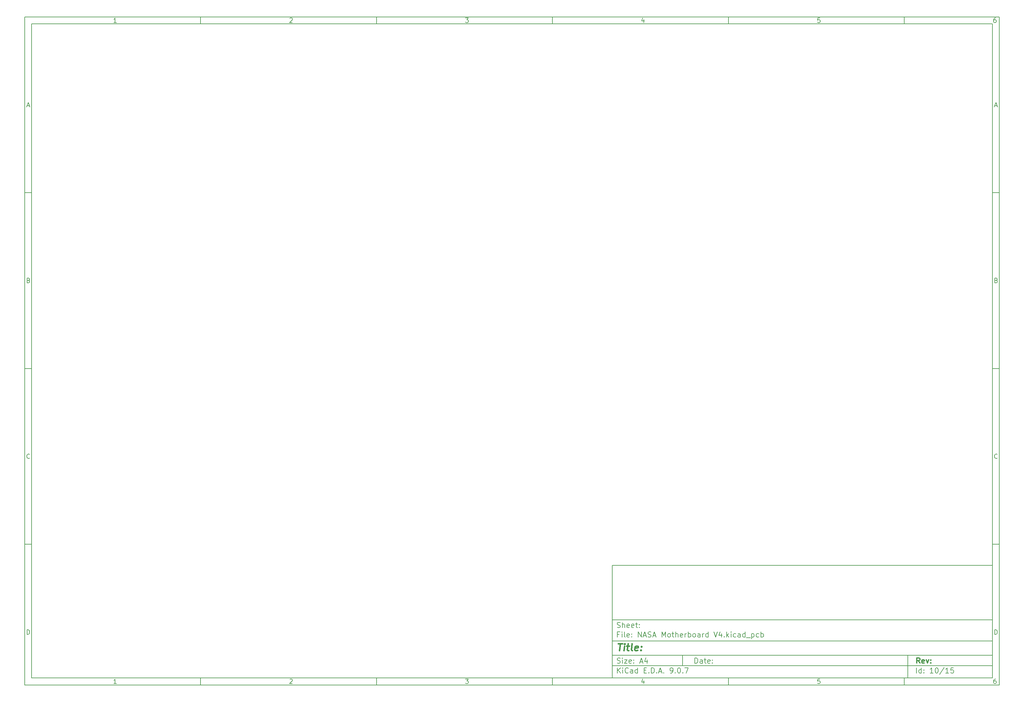
<source format=gbr>
%TF.GenerationSoftware,KiCad,Pcbnew,9.0.7*%
%TF.CreationDate,2026-02-04T11:21:36-05:00*%
%TF.ProjectId,NASA Motherboard V4,4e415341-204d-46f7-9468-6572626f6172,rev?*%
%TF.SameCoordinates,Original*%
%TF.FileFunction,Paste,Bot*%
%TF.FilePolarity,Positive*%
%FSLAX46Y46*%
G04 Gerber Fmt 4.6, Leading zero omitted, Abs format (unit mm)*
G04 Created by KiCad (PCBNEW 9.0.7) date 2026-02-04 11:21:36*
%MOMM*%
%LPD*%
G01*
G04 APERTURE LIST*
%ADD10C,0.100000*%
%ADD11C,0.150000*%
%ADD12C,0.300000*%
%ADD13C,0.400000*%
G04 APERTURE END LIST*
D10*
D11*
X177002200Y-166007200D02*
X285002200Y-166007200D01*
X285002200Y-198007200D01*
X177002200Y-198007200D01*
X177002200Y-166007200D01*
D10*
D11*
X10000000Y-10000000D02*
X287002200Y-10000000D01*
X287002200Y-200007200D01*
X10000000Y-200007200D01*
X10000000Y-10000000D01*
D10*
D11*
X12000000Y-12000000D02*
X285002200Y-12000000D01*
X285002200Y-198007200D01*
X12000000Y-198007200D01*
X12000000Y-12000000D01*
D10*
D11*
X60000000Y-12000000D02*
X60000000Y-10000000D01*
D10*
D11*
X110000000Y-12000000D02*
X110000000Y-10000000D01*
D10*
D11*
X160000000Y-12000000D02*
X160000000Y-10000000D01*
D10*
D11*
X210000000Y-12000000D02*
X210000000Y-10000000D01*
D10*
D11*
X260000000Y-12000000D02*
X260000000Y-10000000D01*
D10*
D11*
X36089160Y-11593604D02*
X35346303Y-11593604D01*
X35717731Y-11593604D02*
X35717731Y-10293604D01*
X35717731Y-10293604D02*
X35593922Y-10479319D01*
X35593922Y-10479319D02*
X35470112Y-10603128D01*
X35470112Y-10603128D02*
X35346303Y-10665033D01*
D10*
D11*
X85346303Y-10417414D02*
X85408207Y-10355509D01*
X85408207Y-10355509D02*
X85532017Y-10293604D01*
X85532017Y-10293604D02*
X85841541Y-10293604D01*
X85841541Y-10293604D02*
X85965350Y-10355509D01*
X85965350Y-10355509D02*
X86027255Y-10417414D01*
X86027255Y-10417414D02*
X86089160Y-10541223D01*
X86089160Y-10541223D02*
X86089160Y-10665033D01*
X86089160Y-10665033D02*
X86027255Y-10850747D01*
X86027255Y-10850747D02*
X85284398Y-11593604D01*
X85284398Y-11593604D02*
X86089160Y-11593604D01*
D10*
D11*
X135284398Y-10293604D02*
X136089160Y-10293604D01*
X136089160Y-10293604D02*
X135655826Y-10788842D01*
X135655826Y-10788842D02*
X135841541Y-10788842D01*
X135841541Y-10788842D02*
X135965350Y-10850747D01*
X135965350Y-10850747D02*
X136027255Y-10912652D01*
X136027255Y-10912652D02*
X136089160Y-11036461D01*
X136089160Y-11036461D02*
X136089160Y-11345985D01*
X136089160Y-11345985D02*
X136027255Y-11469795D01*
X136027255Y-11469795D02*
X135965350Y-11531700D01*
X135965350Y-11531700D02*
X135841541Y-11593604D01*
X135841541Y-11593604D02*
X135470112Y-11593604D01*
X135470112Y-11593604D02*
X135346303Y-11531700D01*
X135346303Y-11531700D02*
X135284398Y-11469795D01*
D10*
D11*
X185965350Y-10726938D02*
X185965350Y-11593604D01*
X185655826Y-10231700D02*
X185346303Y-11160271D01*
X185346303Y-11160271D02*
X186151064Y-11160271D01*
D10*
D11*
X236027255Y-10293604D02*
X235408207Y-10293604D01*
X235408207Y-10293604D02*
X235346303Y-10912652D01*
X235346303Y-10912652D02*
X235408207Y-10850747D01*
X235408207Y-10850747D02*
X235532017Y-10788842D01*
X235532017Y-10788842D02*
X235841541Y-10788842D01*
X235841541Y-10788842D02*
X235965350Y-10850747D01*
X235965350Y-10850747D02*
X236027255Y-10912652D01*
X236027255Y-10912652D02*
X236089160Y-11036461D01*
X236089160Y-11036461D02*
X236089160Y-11345985D01*
X236089160Y-11345985D02*
X236027255Y-11469795D01*
X236027255Y-11469795D02*
X235965350Y-11531700D01*
X235965350Y-11531700D02*
X235841541Y-11593604D01*
X235841541Y-11593604D02*
X235532017Y-11593604D01*
X235532017Y-11593604D02*
X235408207Y-11531700D01*
X235408207Y-11531700D02*
X235346303Y-11469795D01*
D10*
D11*
X285965350Y-10293604D02*
X285717731Y-10293604D01*
X285717731Y-10293604D02*
X285593922Y-10355509D01*
X285593922Y-10355509D02*
X285532017Y-10417414D01*
X285532017Y-10417414D02*
X285408207Y-10603128D01*
X285408207Y-10603128D02*
X285346303Y-10850747D01*
X285346303Y-10850747D02*
X285346303Y-11345985D01*
X285346303Y-11345985D02*
X285408207Y-11469795D01*
X285408207Y-11469795D02*
X285470112Y-11531700D01*
X285470112Y-11531700D02*
X285593922Y-11593604D01*
X285593922Y-11593604D02*
X285841541Y-11593604D01*
X285841541Y-11593604D02*
X285965350Y-11531700D01*
X285965350Y-11531700D02*
X286027255Y-11469795D01*
X286027255Y-11469795D02*
X286089160Y-11345985D01*
X286089160Y-11345985D02*
X286089160Y-11036461D01*
X286089160Y-11036461D02*
X286027255Y-10912652D01*
X286027255Y-10912652D02*
X285965350Y-10850747D01*
X285965350Y-10850747D02*
X285841541Y-10788842D01*
X285841541Y-10788842D02*
X285593922Y-10788842D01*
X285593922Y-10788842D02*
X285470112Y-10850747D01*
X285470112Y-10850747D02*
X285408207Y-10912652D01*
X285408207Y-10912652D02*
X285346303Y-11036461D01*
D10*
D11*
X60000000Y-198007200D02*
X60000000Y-200007200D01*
D10*
D11*
X110000000Y-198007200D02*
X110000000Y-200007200D01*
D10*
D11*
X160000000Y-198007200D02*
X160000000Y-200007200D01*
D10*
D11*
X210000000Y-198007200D02*
X210000000Y-200007200D01*
D10*
D11*
X260000000Y-198007200D02*
X260000000Y-200007200D01*
D10*
D11*
X36089160Y-199600804D02*
X35346303Y-199600804D01*
X35717731Y-199600804D02*
X35717731Y-198300804D01*
X35717731Y-198300804D02*
X35593922Y-198486519D01*
X35593922Y-198486519D02*
X35470112Y-198610328D01*
X35470112Y-198610328D02*
X35346303Y-198672233D01*
D10*
D11*
X85346303Y-198424614D02*
X85408207Y-198362709D01*
X85408207Y-198362709D02*
X85532017Y-198300804D01*
X85532017Y-198300804D02*
X85841541Y-198300804D01*
X85841541Y-198300804D02*
X85965350Y-198362709D01*
X85965350Y-198362709D02*
X86027255Y-198424614D01*
X86027255Y-198424614D02*
X86089160Y-198548423D01*
X86089160Y-198548423D02*
X86089160Y-198672233D01*
X86089160Y-198672233D02*
X86027255Y-198857947D01*
X86027255Y-198857947D02*
X85284398Y-199600804D01*
X85284398Y-199600804D02*
X86089160Y-199600804D01*
D10*
D11*
X135284398Y-198300804D02*
X136089160Y-198300804D01*
X136089160Y-198300804D02*
X135655826Y-198796042D01*
X135655826Y-198796042D02*
X135841541Y-198796042D01*
X135841541Y-198796042D02*
X135965350Y-198857947D01*
X135965350Y-198857947D02*
X136027255Y-198919852D01*
X136027255Y-198919852D02*
X136089160Y-199043661D01*
X136089160Y-199043661D02*
X136089160Y-199353185D01*
X136089160Y-199353185D02*
X136027255Y-199476995D01*
X136027255Y-199476995D02*
X135965350Y-199538900D01*
X135965350Y-199538900D02*
X135841541Y-199600804D01*
X135841541Y-199600804D02*
X135470112Y-199600804D01*
X135470112Y-199600804D02*
X135346303Y-199538900D01*
X135346303Y-199538900D02*
X135284398Y-199476995D01*
D10*
D11*
X185965350Y-198734138D02*
X185965350Y-199600804D01*
X185655826Y-198238900D02*
X185346303Y-199167471D01*
X185346303Y-199167471D02*
X186151064Y-199167471D01*
D10*
D11*
X236027255Y-198300804D02*
X235408207Y-198300804D01*
X235408207Y-198300804D02*
X235346303Y-198919852D01*
X235346303Y-198919852D02*
X235408207Y-198857947D01*
X235408207Y-198857947D02*
X235532017Y-198796042D01*
X235532017Y-198796042D02*
X235841541Y-198796042D01*
X235841541Y-198796042D02*
X235965350Y-198857947D01*
X235965350Y-198857947D02*
X236027255Y-198919852D01*
X236027255Y-198919852D02*
X236089160Y-199043661D01*
X236089160Y-199043661D02*
X236089160Y-199353185D01*
X236089160Y-199353185D02*
X236027255Y-199476995D01*
X236027255Y-199476995D02*
X235965350Y-199538900D01*
X235965350Y-199538900D02*
X235841541Y-199600804D01*
X235841541Y-199600804D02*
X235532017Y-199600804D01*
X235532017Y-199600804D02*
X235408207Y-199538900D01*
X235408207Y-199538900D02*
X235346303Y-199476995D01*
D10*
D11*
X285965350Y-198300804D02*
X285717731Y-198300804D01*
X285717731Y-198300804D02*
X285593922Y-198362709D01*
X285593922Y-198362709D02*
X285532017Y-198424614D01*
X285532017Y-198424614D02*
X285408207Y-198610328D01*
X285408207Y-198610328D02*
X285346303Y-198857947D01*
X285346303Y-198857947D02*
X285346303Y-199353185D01*
X285346303Y-199353185D02*
X285408207Y-199476995D01*
X285408207Y-199476995D02*
X285470112Y-199538900D01*
X285470112Y-199538900D02*
X285593922Y-199600804D01*
X285593922Y-199600804D02*
X285841541Y-199600804D01*
X285841541Y-199600804D02*
X285965350Y-199538900D01*
X285965350Y-199538900D02*
X286027255Y-199476995D01*
X286027255Y-199476995D02*
X286089160Y-199353185D01*
X286089160Y-199353185D02*
X286089160Y-199043661D01*
X286089160Y-199043661D02*
X286027255Y-198919852D01*
X286027255Y-198919852D02*
X285965350Y-198857947D01*
X285965350Y-198857947D02*
X285841541Y-198796042D01*
X285841541Y-198796042D02*
X285593922Y-198796042D01*
X285593922Y-198796042D02*
X285470112Y-198857947D01*
X285470112Y-198857947D02*
X285408207Y-198919852D01*
X285408207Y-198919852D02*
X285346303Y-199043661D01*
D10*
D11*
X10000000Y-60000000D02*
X12000000Y-60000000D01*
D10*
D11*
X10000000Y-110000000D02*
X12000000Y-110000000D01*
D10*
D11*
X10000000Y-160000000D02*
X12000000Y-160000000D01*
D10*
D11*
X10690476Y-35222176D02*
X11309523Y-35222176D01*
X10566666Y-35593604D02*
X10999999Y-34293604D01*
X10999999Y-34293604D02*
X11433333Y-35593604D01*
D10*
D11*
X11092857Y-84912652D02*
X11278571Y-84974557D01*
X11278571Y-84974557D02*
X11340476Y-85036461D01*
X11340476Y-85036461D02*
X11402380Y-85160271D01*
X11402380Y-85160271D02*
X11402380Y-85345985D01*
X11402380Y-85345985D02*
X11340476Y-85469795D01*
X11340476Y-85469795D02*
X11278571Y-85531700D01*
X11278571Y-85531700D02*
X11154761Y-85593604D01*
X11154761Y-85593604D02*
X10659523Y-85593604D01*
X10659523Y-85593604D02*
X10659523Y-84293604D01*
X10659523Y-84293604D02*
X11092857Y-84293604D01*
X11092857Y-84293604D02*
X11216666Y-84355509D01*
X11216666Y-84355509D02*
X11278571Y-84417414D01*
X11278571Y-84417414D02*
X11340476Y-84541223D01*
X11340476Y-84541223D02*
X11340476Y-84665033D01*
X11340476Y-84665033D02*
X11278571Y-84788842D01*
X11278571Y-84788842D02*
X11216666Y-84850747D01*
X11216666Y-84850747D02*
X11092857Y-84912652D01*
X11092857Y-84912652D02*
X10659523Y-84912652D01*
D10*
D11*
X11402380Y-135469795D02*
X11340476Y-135531700D01*
X11340476Y-135531700D02*
X11154761Y-135593604D01*
X11154761Y-135593604D02*
X11030952Y-135593604D01*
X11030952Y-135593604D02*
X10845238Y-135531700D01*
X10845238Y-135531700D02*
X10721428Y-135407890D01*
X10721428Y-135407890D02*
X10659523Y-135284080D01*
X10659523Y-135284080D02*
X10597619Y-135036461D01*
X10597619Y-135036461D02*
X10597619Y-134850747D01*
X10597619Y-134850747D02*
X10659523Y-134603128D01*
X10659523Y-134603128D02*
X10721428Y-134479319D01*
X10721428Y-134479319D02*
X10845238Y-134355509D01*
X10845238Y-134355509D02*
X11030952Y-134293604D01*
X11030952Y-134293604D02*
X11154761Y-134293604D01*
X11154761Y-134293604D02*
X11340476Y-134355509D01*
X11340476Y-134355509D02*
X11402380Y-134417414D01*
D10*
D11*
X10659523Y-185593604D02*
X10659523Y-184293604D01*
X10659523Y-184293604D02*
X10969047Y-184293604D01*
X10969047Y-184293604D02*
X11154761Y-184355509D01*
X11154761Y-184355509D02*
X11278571Y-184479319D01*
X11278571Y-184479319D02*
X11340476Y-184603128D01*
X11340476Y-184603128D02*
X11402380Y-184850747D01*
X11402380Y-184850747D02*
X11402380Y-185036461D01*
X11402380Y-185036461D02*
X11340476Y-185284080D01*
X11340476Y-185284080D02*
X11278571Y-185407890D01*
X11278571Y-185407890D02*
X11154761Y-185531700D01*
X11154761Y-185531700D02*
X10969047Y-185593604D01*
X10969047Y-185593604D02*
X10659523Y-185593604D01*
D10*
D11*
X287002200Y-60000000D02*
X285002200Y-60000000D01*
D10*
D11*
X287002200Y-110000000D02*
X285002200Y-110000000D01*
D10*
D11*
X287002200Y-160000000D02*
X285002200Y-160000000D01*
D10*
D11*
X285692676Y-35222176D02*
X286311723Y-35222176D01*
X285568866Y-35593604D02*
X286002199Y-34293604D01*
X286002199Y-34293604D02*
X286435533Y-35593604D01*
D10*
D11*
X286095057Y-84912652D02*
X286280771Y-84974557D01*
X286280771Y-84974557D02*
X286342676Y-85036461D01*
X286342676Y-85036461D02*
X286404580Y-85160271D01*
X286404580Y-85160271D02*
X286404580Y-85345985D01*
X286404580Y-85345985D02*
X286342676Y-85469795D01*
X286342676Y-85469795D02*
X286280771Y-85531700D01*
X286280771Y-85531700D02*
X286156961Y-85593604D01*
X286156961Y-85593604D02*
X285661723Y-85593604D01*
X285661723Y-85593604D02*
X285661723Y-84293604D01*
X285661723Y-84293604D02*
X286095057Y-84293604D01*
X286095057Y-84293604D02*
X286218866Y-84355509D01*
X286218866Y-84355509D02*
X286280771Y-84417414D01*
X286280771Y-84417414D02*
X286342676Y-84541223D01*
X286342676Y-84541223D02*
X286342676Y-84665033D01*
X286342676Y-84665033D02*
X286280771Y-84788842D01*
X286280771Y-84788842D02*
X286218866Y-84850747D01*
X286218866Y-84850747D02*
X286095057Y-84912652D01*
X286095057Y-84912652D02*
X285661723Y-84912652D01*
D10*
D11*
X286404580Y-135469795D02*
X286342676Y-135531700D01*
X286342676Y-135531700D02*
X286156961Y-135593604D01*
X286156961Y-135593604D02*
X286033152Y-135593604D01*
X286033152Y-135593604D02*
X285847438Y-135531700D01*
X285847438Y-135531700D02*
X285723628Y-135407890D01*
X285723628Y-135407890D02*
X285661723Y-135284080D01*
X285661723Y-135284080D02*
X285599819Y-135036461D01*
X285599819Y-135036461D02*
X285599819Y-134850747D01*
X285599819Y-134850747D02*
X285661723Y-134603128D01*
X285661723Y-134603128D02*
X285723628Y-134479319D01*
X285723628Y-134479319D02*
X285847438Y-134355509D01*
X285847438Y-134355509D02*
X286033152Y-134293604D01*
X286033152Y-134293604D02*
X286156961Y-134293604D01*
X286156961Y-134293604D02*
X286342676Y-134355509D01*
X286342676Y-134355509D02*
X286404580Y-134417414D01*
D10*
D11*
X285661723Y-185593604D02*
X285661723Y-184293604D01*
X285661723Y-184293604D02*
X285971247Y-184293604D01*
X285971247Y-184293604D02*
X286156961Y-184355509D01*
X286156961Y-184355509D02*
X286280771Y-184479319D01*
X286280771Y-184479319D02*
X286342676Y-184603128D01*
X286342676Y-184603128D02*
X286404580Y-184850747D01*
X286404580Y-184850747D02*
X286404580Y-185036461D01*
X286404580Y-185036461D02*
X286342676Y-185284080D01*
X286342676Y-185284080D02*
X286280771Y-185407890D01*
X286280771Y-185407890D02*
X286156961Y-185531700D01*
X286156961Y-185531700D02*
X285971247Y-185593604D01*
X285971247Y-185593604D02*
X285661723Y-185593604D01*
D10*
D11*
X200458026Y-193793328D02*
X200458026Y-192293328D01*
X200458026Y-192293328D02*
X200815169Y-192293328D01*
X200815169Y-192293328D02*
X201029455Y-192364757D01*
X201029455Y-192364757D02*
X201172312Y-192507614D01*
X201172312Y-192507614D02*
X201243741Y-192650471D01*
X201243741Y-192650471D02*
X201315169Y-192936185D01*
X201315169Y-192936185D02*
X201315169Y-193150471D01*
X201315169Y-193150471D02*
X201243741Y-193436185D01*
X201243741Y-193436185D02*
X201172312Y-193579042D01*
X201172312Y-193579042D02*
X201029455Y-193721900D01*
X201029455Y-193721900D02*
X200815169Y-193793328D01*
X200815169Y-193793328D02*
X200458026Y-193793328D01*
X202600884Y-193793328D02*
X202600884Y-193007614D01*
X202600884Y-193007614D02*
X202529455Y-192864757D01*
X202529455Y-192864757D02*
X202386598Y-192793328D01*
X202386598Y-192793328D02*
X202100884Y-192793328D01*
X202100884Y-192793328D02*
X201958026Y-192864757D01*
X202600884Y-193721900D02*
X202458026Y-193793328D01*
X202458026Y-193793328D02*
X202100884Y-193793328D01*
X202100884Y-193793328D02*
X201958026Y-193721900D01*
X201958026Y-193721900D02*
X201886598Y-193579042D01*
X201886598Y-193579042D02*
X201886598Y-193436185D01*
X201886598Y-193436185D02*
X201958026Y-193293328D01*
X201958026Y-193293328D02*
X202100884Y-193221900D01*
X202100884Y-193221900D02*
X202458026Y-193221900D01*
X202458026Y-193221900D02*
X202600884Y-193150471D01*
X203100884Y-192793328D02*
X203672312Y-192793328D01*
X203315169Y-192293328D02*
X203315169Y-193579042D01*
X203315169Y-193579042D02*
X203386598Y-193721900D01*
X203386598Y-193721900D02*
X203529455Y-193793328D01*
X203529455Y-193793328D02*
X203672312Y-193793328D01*
X204743741Y-193721900D02*
X204600884Y-193793328D01*
X204600884Y-193793328D02*
X204315170Y-193793328D01*
X204315170Y-193793328D02*
X204172312Y-193721900D01*
X204172312Y-193721900D02*
X204100884Y-193579042D01*
X204100884Y-193579042D02*
X204100884Y-193007614D01*
X204100884Y-193007614D02*
X204172312Y-192864757D01*
X204172312Y-192864757D02*
X204315170Y-192793328D01*
X204315170Y-192793328D02*
X204600884Y-192793328D01*
X204600884Y-192793328D02*
X204743741Y-192864757D01*
X204743741Y-192864757D02*
X204815170Y-193007614D01*
X204815170Y-193007614D02*
X204815170Y-193150471D01*
X204815170Y-193150471D02*
X204100884Y-193293328D01*
X205458026Y-193650471D02*
X205529455Y-193721900D01*
X205529455Y-193721900D02*
X205458026Y-193793328D01*
X205458026Y-193793328D02*
X205386598Y-193721900D01*
X205386598Y-193721900D02*
X205458026Y-193650471D01*
X205458026Y-193650471D02*
X205458026Y-193793328D01*
X205458026Y-192864757D02*
X205529455Y-192936185D01*
X205529455Y-192936185D02*
X205458026Y-193007614D01*
X205458026Y-193007614D02*
X205386598Y-192936185D01*
X205386598Y-192936185D02*
X205458026Y-192864757D01*
X205458026Y-192864757D02*
X205458026Y-193007614D01*
D10*
D11*
X177002200Y-194507200D02*
X285002200Y-194507200D01*
D10*
D11*
X178458026Y-196593328D02*
X178458026Y-195093328D01*
X179315169Y-196593328D02*
X178672312Y-195736185D01*
X179315169Y-195093328D02*
X178458026Y-195950471D01*
X179958026Y-196593328D02*
X179958026Y-195593328D01*
X179958026Y-195093328D02*
X179886598Y-195164757D01*
X179886598Y-195164757D02*
X179958026Y-195236185D01*
X179958026Y-195236185D02*
X180029455Y-195164757D01*
X180029455Y-195164757D02*
X179958026Y-195093328D01*
X179958026Y-195093328D02*
X179958026Y-195236185D01*
X181529455Y-196450471D02*
X181458027Y-196521900D01*
X181458027Y-196521900D02*
X181243741Y-196593328D01*
X181243741Y-196593328D02*
X181100884Y-196593328D01*
X181100884Y-196593328D02*
X180886598Y-196521900D01*
X180886598Y-196521900D02*
X180743741Y-196379042D01*
X180743741Y-196379042D02*
X180672312Y-196236185D01*
X180672312Y-196236185D02*
X180600884Y-195950471D01*
X180600884Y-195950471D02*
X180600884Y-195736185D01*
X180600884Y-195736185D02*
X180672312Y-195450471D01*
X180672312Y-195450471D02*
X180743741Y-195307614D01*
X180743741Y-195307614D02*
X180886598Y-195164757D01*
X180886598Y-195164757D02*
X181100884Y-195093328D01*
X181100884Y-195093328D02*
X181243741Y-195093328D01*
X181243741Y-195093328D02*
X181458027Y-195164757D01*
X181458027Y-195164757D02*
X181529455Y-195236185D01*
X182815170Y-196593328D02*
X182815170Y-195807614D01*
X182815170Y-195807614D02*
X182743741Y-195664757D01*
X182743741Y-195664757D02*
X182600884Y-195593328D01*
X182600884Y-195593328D02*
X182315170Y-195593328D01*
X182315170Y-195593328D02*
X182172312Y-195664757D01*
X182815170Y-196521900D02*
X182672312Y-196593328D01*
X182672312Y-196593328D02*
X182315170Y-196593328D01*
X182315170Y-196593328D02*
X182172312Y-196521900D01*
X182172312Y-196521900D02*
X182100884Y-196379042D01*
X182100884Y-196379042D02*
X182100884Y-196236185D01*
X182100884Y-196236185D02*
X182172312Y-196093328D01*
X182172312Y-196093328D02*
X182315170Y-196021900D01*
X182315170Y-196021900D02*
X182672312Y-196021900D01*
X182672312Y-196021900D02*
X182815170Y-195950471D01*
X184172313Y-196593328D02*
X184172313Y-195093328D01*
X184172313Y-196521900D02*
X184029455Y-196593328D01*
X184029455Y-196593328D02*
X183743741Y-196593328D01*
X183743741Y-196593328D02*
X183600884Y-196521900D01*
X183600884Y-196521900D02*
X183529455Y-196450471D01*
X183529455Y-196450471D02*
X183458027Y-196307614D01*
X183458027Y-196307614D02*
X183458027Y-195879042D01*
X183458027Y-195879042D02*
X183529455Y-195736185D01*
X183529455Y-195736185D02*
X183600884Y-195664757D01*
X183600884Y-195664757D02*
X183743741Y-195593328D01*
X183743741Y-195593328D02*
X184029455Y-195593328D01*
X184029455Y-195593328D02*
X184172313Y-195664757D01*
X186029455Y-195807614D02*
X186529455Y-195807614D01*
X186743741Y-196593328D02*
X186029455Y-196593328D01*
X186029455Y-196593328D02*
X186029455Y-195093328D01*
X186029455Y-195093328D02*
X186743741Y-195093328D01*
X187386598Y-196450471D02*
X187458027Y-196521900D01*
X187458027Y-196521900D02*
X187386598Y-196593328D01*
X187386598Y-196593328D02*
X187315170Y-196521900D01*
X187315170Y-196521900D02*
X187386598Y-196450471D01*
X187386598Y-196450471D02*
X187386598Y-196593328D01*
X188100884Y-196593328D02*
X188100884Y-195093328D01*
X188100884Y-195093328D02*
X188458027Y-195093328D01*
X188458027Y-195093328D02*
X188672313Y-195164757D01*
X188672313Y-195164757D02*
X188815170Y-195307614D01*
X188815170Y-195307614D02*
X188886599Y-195450471D01*
X188886599Y-195450471D02*
X188958027Y-195736185D01*
X188958027Y-195736185D02*
X188958027Y-195950471D01*
X188958027Y-195950471D02*
X188886599Y-196236185D01*
X188886599Y-196236185D02*
X188815170Y-196379042D01*
X188815170Y-196379042D02*
X188672313Y-196521900D01*
X188672313Y-196521900D02*
X188458027Y-196593328D01*
X188458027Y-196593328D02*
X188100884Y-196593328D01*
X189600884Y-196450471D02*
X189672313Y-196521900D01*
X189672313Y-196521900D02*
X189600884Y-196593328D01*
X189600884Y-196593328D02*
X189529456Y-196521900D01*
X189529456Y-196521900D02*
X189600884Y-196450471D01*
X189600884Y-196450471D02*
X189600884Y-196593328D01*
X190243742Y-196164757D02*
X190958028Y-196164757D01*
X190100885Y-196593328D02*
X190600885Y-195093328D01*
X190600885Y-195093328D02*
X191100885Y-196593328D01*
X191600884Y-196450471D02*
X191672313Y-196521900D01*
X191672313Y-196521900D02*
X191600884Y-196593328D01*
X191600884Y-196593328D02*
X191529456Y-196521900D01*
X191529456Y-196521900D02*
X191600884Y-196450471D01*
X191600884Y-196450471D02*
X191600884Y-196593328D01*
X193529456Y-196593328D02*
X193815170Y-196593328D01*
X193815170Y-196593328D02*
X193958027Y-196521900D01*
X193958027Y-196521900D02*
X194029456Y-196450471D01*
X194029456Y-196450471D02*
X194172313Y-196236185D01*
X194172313Y-196236185D02*
X194243742Y-195950471D01*
X194243742Y-195950471D02*
X194243742Y-195379042D01*
X194243742Y-195379042D02*
X194172313Y-195236185D01*
X194172313Y-195236185D02*
X194100885Y-195164757D01*
X194100885Y-195164757D02*
X193958027Y-195093328D01*
X193958027Y-195093328D02*
X193672313Y-195093328D01*
X193672313Y-195093328D02*
X193529456Y-195164757D01*
X193529456Y-195164757D02*
X193458027Y-195236185D01*
X193458027Y-195236185D02*
X193386599Y-195379042D01*
X193386599Y-195379042D02*
X193386599Y-195736185D01*
X193386599Y-195736185D02*
X193458027Y-195879042D01*
X193458027Y-195879042D02*
X193529456Y-195950471D01*
X193529456Y-195950471D02*
X193672313Y-196021900D01*
X193672313Y-196021900D02*
X193958027Y-196021900D01*
X193958027Y-196021900D02*
X194100885Y-195950471D01*
X194100885Y-195950471D02*
X194172313Y-195879042D01*
X194172313Y-195879042D02*
X194243742Y-195736185D01*
X194886598Y-196450471D02*
X194958027Y-196521900D01*
X194958027Y-196521900D02*
X194886598Y-196593328D01*
X194886598Y-196593328D02*
X194815170Y-196521900D01*
X194815170Y-196521900D02*
X194886598Y-196450471D01*
X194886598Y-196450471D02*
X194886598Y-196593328D01*
X195886599Y-195093328D02*
X196029456Y-195093328D01*
X196029456Y-195093328D02*
X196172313Y-195164757D01*
X196172313Y-195164757D02*
X196243742Y-195236185D01*
X196243742Y-195236185D02*
X196315170Y-195379042D01*
X196315170Y-195379042D02*
X196386599Y-195664757D01*
X196386599Y-195664757D02*
X196386599Y-196021900D01*
X196386599Y-196021900D02*
X196315170Y-196307614D01*
X196315170Y-196307614D02*
X196243742Y-196450471D01*
X196243742Y-196450471D02*
X196172313Y-196521900D01*
X196172313Y-196521900D02*
X196029456Y-196593328D01*
X196029456Y-196593328D02*
X195886599Y-196593328D01*
X195886599Y-196593328D02*
X195743742Y-196521900D01*
X195743742Y-196521900D02*
X195672313Y-196450471D01*
X195672313Y-196450471D02*
X195600884Y-196307614D01*
X195600884Y-196307614D02*
X195529456Y-196021900D01*
X195529456Y-196021900D02*
X195529456Y-195664757D01*
X195529456Y-195664757D02*
X195600884Y-195379042D01*
X195600884Y-195379042D02*
X195672313Y-195236185D01*
X195672313Y-195236185D02*
X195743742Y-195164757D01*
X195743742Y-195164757D02*
X195886599Y-195093328D01*
X197029455Y-196450471D02*
X197100884Y-196521900D01*
X197100884Y-196521900D02*
X197029455Y-196593328D01*
X197029455Y-196593328D02*
X196958027Y-196521900D01*
X196958027Y-196521900D02*
X197029455Y-196450471D01*
X197029455Y-196450471D02*
X197029455Y-196593328D01*
X197600884Y-195093328D02*
X198600884Y-195093328D01*
X198600884Y-195093328D02*
X197958027Y-196593328D01*
D10*
D11*
X177002200Y-191507200D02*
X285002200Y-191507200D01*
D10*
D12*
X264413853Y-193785528D02*
X263913853Y-193071242D01*
X263556710Y-193785528D02*
X263556710Y-192285528D01*
X263556710Y-192285528D02*
X264128139Y-192285528D01*
X264128139Y-192285528D02*
X264270996Y-192356957D01*
X264270996Y-192356957D02*
X264342425Y-192428385D01*
X264342425Y-192428385D02*
X264413853Y-192571242D01*
X264413853Y-192571242D02*
X264413853Y-192785528D01*
X264413853Y-192785528D02*
X264342425Y-192928385D01*
X264342425Y-192928385D02*
X264270996Y-192999814D01*
X264270996Y-192999814D02*
X264128139Y-193071242D01*
X264128139Y-193071242D02*
X263556710Y-193071242D01*
X265628139Y-193714100D02*
X265485282Y-193785528D01*
X265485282Y-193785528D02*
X265199568Y-193785528D01*
X265199568Y-193785528D02*
X265056710Y-193714100D01*
X265056710Y-193714100D02*
X264985282Y-193571242D01*
X264985282Y-193571242D02*
X264985282Y-192999814D01*
X264985282Y-192999814D02*
X265056710Y-192856957D01*
X265056710Y-192856957D02*
X265199568Y-192785528D01*
X265199568Y-192785528D02*
X265485282Y-192785528D01*
X265485282Y-192785528D02*
X265628139Y-192856957D01*
X265628139Y-192856957D02*
X265699568Y-192999814D01*
X265699568Y-192999814D02*
X265699568Y-193142671D01*
X265699568Y-193142671D02*
X264985282Y-193285528D01*
X266199567Y-192785528D02*
X266556710Y-193785528D01*
X266556710Y-193785528D02*
X266913853Y-192785528D01*
X267485281Y-193642671D02*
X267556710Y-193714100D01*
X267556710Y-193714100D02*
X267485281Y-193785528D01*
X267485281Y-193785528D02*
X267413853Y-193714100D01*
X267413853Y-193714100D02*
X267485281Y-193642671D01*
X267485281Y-193642671D02*
X267485281Y-193785528D01*
X267485281Y-192856957D02*
X267556710Y-192928385D01*
X267556710Y-192928385D02*
X267485281Y-192999814D01*
X267485281Y-192999814D02*
X267413853Y-192928385D01*
X267413853Y-192928385D02*
X267485281Y-192856957D01*
X267485281Y-192856957D02*
X267485281Y-192999814D01*
D10*
D11*
X178386598Y-193721900D02*
X178600884Y-193793328D01*
X178600884Y-193793328D02*
X178958026Y-193793328D01*
X178958026Y-193793328D02*
X179100884Y-193721900D01*
X179100884Y-193721900D02*
X179172312Y-193650471D01*
X179172312Y-193650471D02*
X179243741Y-193507614D01*
X179243741Y-193507614D02*
X179243741Y-193364757D01*
X179243741Y-193364757D02*
X179172312Y-193221900D01*
X179172312Y-193221900D02*
X179100884Y-193150471D01*
X179100884Y-193150471D02*
X178958026Y-193079042D01*
X178958026Y-193079042D02*
X178672312Y-193007614D01*
X178672312Y-193007614D02*
X178529455Y-192936185D01*
X178529455Y-192936185D02*
X178458026Y-192864757D01*
X178458026Y-192864757D02*
X178386598Y-192721900D01*
X178386598Y-192721900D02*
X178386598Y-192579042D01*
X178386598Y-192579042D02*
X178458026Y-192436185D01*
X178458026Y-192436185D02*
X178529455Y-192364757D01*
X178529455Y-192364757D02*
X178672312Y-192293328D01*
X178672312Y-192293328D02*
X179029455Y-192293328D01*
X179029455Y-192293328D02*
X179243741Y-192364757D01*
X179886597Y-193793328D02*
X179886597Y-192793328D01*
X179886597Y-192293328D02*
X179815169Y-192364757D01*
X179815169Y-192364757D02*
X179886597Y-192436185D01*
X179886597Y-192436185D02*
X179958026Y-192364757D01*
X179958026Y-192364757D02*
X179886597Y-192293328D01*
X179886597Y-192293328D02*
X179886597Y-192436185D01*
X180458026Y-192793328D02*
X181243741Y-192793328D01*
X181243741Y-192793328D02*
X180458026Y-193793328D01*
X180458026Y-193793328D02*
X181243741Y-193793328D01*
X182386598Y-193721900D02*
X182243741Y-193793328D01*
X182243741Y-193793328D02*
X181958027Y-193793328D01*
X181958027Y-193793328D02*
X181815169Y-193721900D01*
X181815169Y-193721900D02*
X181743741Y-193579042D01*
X181743741Y-193579042D02*
X181743741Y-193007614D01*
X181743741Y-193007614D02*
X181815169Y-192864757D01*
X181815169Y-192864757D02*
X181958027Y-192793328D01*
X181958027Y-192793328D02*
X182243741Y-192793328D01*
X182243741Y-192793328D02*
X182386598Y-192864757D01*
X182386598Y-192864757D02*
X182458027Y-193007614D01*
X182458027Y-193007614D02*
X182458027Y-193150471D01*
X182458027Y-193150471D02*
X181743741Y-193293328D01*
X183100883Y-193650471D02*
X183172312Y-193721900D01*
X183172312Y-193721900D02*
X183100883Y-193793328D01*
X183100883Y-193793328D02*
X183029455Y-193721900D01*
X183029455Y-193721900D02*
X183100883Y-193650471D01*
X183100883Y-193650471D02*
X183100883Y-193793328D01*
X183100883Y-192864757D02*
X183172312Y-192936185D01*
X183172312Y-192936185D02*
X183100883Y-193007614D01*
X183100883Y-193007614D02*
X183029455Y-192936185D01*
X183029455Y-192936185D02*
X183100883Y-192864757D01*
X183100883Y-192864757D02*
X183100883Y-193007614D01*
X184886598Y-193364757D02*
X185600884Y-193364757D01*
X184743741Y-193793328D02*
X185243741Y-192293328D01*
X185243741Y-192293328D02*
X185743741Y-193793328D01*
X186886598Y-192793328D02*
X186886598Y-193793328D01*
X186529455Y-192221900D02*
X186172312Y-193293328D01*
X186172312Y-193293328D02*
X187100883Y-193293328D01*
D10*
D11*
X263458026Y-196593328D02*
X263458026Y-195093328D01*
X264815170Y-196593328D02*
X264815170Y-195093328D01*
X264815170Y-196521900D02*
X264672312Y-196593328D01*
X264672312Y-196593328D02*
X264386598Y-196593328D01*
X264386598Y-196593328D02*
X264243741Y-196521900D01*
X264243741Y-196521900D02*
X264172312Y-196450471D01*
X264172312Y-196450471D02*
X264100884Y-196307614D01*
X264100884Y-196307614D02*
X264100884Y-195879042D01*
X264100884Y-195879042D02*
X264172312Y-195736185D01*
X264172312Y-195736185D02*
X264243741Y-195664757D01*
X264243741Y-195664757D02*
X264386598Y-195593328D01*
X264386598Y-195593328D02*
X264672312Y-195593328D01*
X264672312Y-195593328D02*
X264815170Y-195664757D01*
X265529455Y-196450471D02*
X265600884Y-196521900D01*
X265600884Y-196521900D02*
X265529455Y-196593328D01*
X265529455Y-196593328D02*
X265458027Y-196521900D01*
X265458027Y-196521900D02*
X265529455Y-196450471D01*
X265529455Y-196450471D02*
X265529455Y-196593328D01*
X265529455Y-195664757D02*
X265600884Y-195736185D01*
X265600884Y-195736185D02*
X265529455Y-195807614D01*
X265529455Y-195807614D02*
X265458027Y-195736185D01*
X265458027Y-195736185D02*
X265529455Y-195664757D01*
X265529455Y-195664757D02*
X265529455Y-195807614D01*
X268172313Y-196593328D02*
X267315170Y-196593328D01*
X267743741Y-196593328D02*
X267743741Y-195093328D01*
X267743741Y-195093328D02*
X267600884Y-195307614D01*
X267600884Y-195307614D02*
X267458027Y-195450471D01*
X267458027Y-195450471D02*
X267315170Y-195521900D01*
X269100884Y-195093328D02*
X269243741Y-195093328D01*
X269243741Y-195093328D02*
X269386598Y-195164757D01*
X269386598Y-195164757D02*
X269458027Y-195236185D01*
X269458027Y-195236185D02*
X269529455Y-195379042D01*
X269529455Y-195379042D02*
X269600884Y-195664757D01*
X269600884Y-195664757D02*
X269600884Y-196021900D01*
X269600884Y-196021900D02*
X269529455Y-196307614D01*
X269529455Y-196307614D02*
X269458027Y-196450471D01*
X269458027Y-196450471D02*
X269386598Y-196521900D01*
X269386598Y-196521900D02*
X269243741Y-196593328D01*
X269243741Y-196593328D02*
X269100884Y-196593328D01*
X269100884Y-196593328D02*
X268958027Y-196521900D01*
X268958027Y-196521900D02*
X268886598Y-196450471D01*
X268886598Y-196450471D02*
X268815169Y-196307614D01*
X268815169Y-196307614D02*
X268743741Y-196021900D01*
X268743741Y-196021900D02*
X268743741Y-195664757D01*
X268743741Y-195664757D02*
X268815169Y-195379042D01*
X268815169Y-195379042D02*
X268886598Y-195236185D01*
X268886598Y-195236185D02*
X268958027Y-195164757D01*
X268958027Y-195164757D02*
X269100884Y-195093328D01*
X271315169Y-195021900D02*
X270029455Y-196950471D01*
X272600884Y-196593328D02*
X271743741Y-196593328D01*
X272172312Y-196593328D02*
X272172312Y-195093328D01*
X272172312Y-195093328D02*
X272029455Y-195307614D01*
X272029455Y-195307614D02*
X271886598Y-195450471D01*
X271886598Y-195450471D02*
X271743741Y-195521900D01*
X273958026Y-195093328D02*
X273243740Y-195093328D01*
X273243740Y-195093328D02*
X273172312Y-195807614D01*
X273172312Y-195807614D02*
X273243740Y-195736185D01*
X273243740Y-195736185D02*
X273386598Y-195664757D01*
X273386598Y-195664757D02*
X273743740Y-195664757D01*
X273743740Y-195664757D02*
X273886598Y-195736185D01*
X273886598Y-195736185D02*
X273958026Y-195807614D01*
X273958026Y-195807614D02*
X274029455Y-195950471D01*
X274029455Y-195950471D02*
X274029455Y-196307614D01*
X274029455Y-196307614D02*
X273958026Y-196450471D01*
X273958026Y-196450471D02*
X273886598Y-196521900D01*
X273886598Y-196521900D02*
X273743740Y-196593328D01*
X273743740Y-196593328D02*
X273386598Y-196593328D01*
X273386598Y-196593328D02*
X273243740Y-196521900D01*
X273243740Y-196521900D02*
X273172312Y-196450471D01*
D10*
D11*
X177002200Y-187507200D02*
X285002200Y-187507200D01*
D10*
D13*
X178693928Y-188211638D02*
X179836785Y-188211638D01*
X179015357Y-190211638D02*
X179265357Y-188211638D01*
X180253452Y-190211638D02*
X180420119Y-188878304D01*
X180503452Y-188211638D02*
X180396309Y-188306876D01*
X180396309Y-188306876D02*
X180479643Y-188402114D01*
X180479643Y-188402114D02*
X180586786Y-188306876D01*
X180586786Y-188306876D02*
X180503452Y-188211638D01*
X180503452Y-188211638D02*
X180479643Y-188402114D01*
X181086786Y-188878304D02*
X181848690Y-188878304D01*
X181455833Y-188211638D02*
X181241548Y-189925923D01*
X181241548Y-189925923D02*
X181312976Y-190116400D01*
X181312976Y-190116400D02*
X181491548Y-190211638D01*
X181491548Y-190211638D02*
X181682024Y-190211638D01*
X182634405Y-190211638D02*
X182455833Y-190116400D01*
X182455833Y-190116400D02*
X182384405Y-189925923D01*
X182384405Y-189925923D02*
X182598690Y-188211638D01*
X184170119Y-190116400D02*
X183967738Y-190211638D01*
X183967738Y-190211638D02*
X183586785Y-190211638D01*
X183586785Y-190211638D02*
X183408214Y-190116400D01*
X183408214Y-190116400D02*
X183336785Y-189925923D01*
X183336785Y-189925923D02*
X183432024Y-189164019D01*
X183432024Y-189164019D02*
X183551071Y-188973542D01*
X183551071Y-188973542D02*
X183753452Y-188878304D01*
X183753452Y-188878304D02*
X184134404Y-188878304D01*
X184134404Y-188878304D02*
X184312976Y-188973542D01*
X184312976Y-188973542D02*
X184384404Y-189164019D01*
X184384404Y-189164019D02*
X184360595Y-189354495D01*
X184360595Y-189354495D02*
X183384404Y-189544971D01*
X185134405Y-190021161D02*
X185217738Y-190116400D01*
X185217738Y-190116400D02*
X185110595Y-190211638D01*
X185110595Y-190211638D02*
X185027262Y-190116400D01*
X185027262Y-190116400D02*
X185134405Y-190021161D01*
X185134405Y-190021161D02*
X185110595Y-190211638D01*
X185265357Y-188973542D02*
X185348690Y-189068780D01*
X185348690Y-189068780D02*
X185241548Y-189164019D01*
X185241548Y-189164019D02*
X185158214Y-189068780D01*
X185158214Y-189068780D02*
X185265357Y-188973542D01*
X185265357Y-188973542D02*
X185241548Y-189164019D01*
D10*
D11*
X178958026Y-185607614D02*
X178458026Y-185607614D01*
X178458026Y-186393328D02*
X178458026Y-184893328D01*
X178458026Y-184893328D02*
X179172312Y-184893328D01*
X179743740Y-186393328D02*
X179743740Y-185393328D01*
X179743740Y-184893328D02*
X179672312Y-184964757D01*
X179672312Y-184964757D02*
X179743740Y-185036185D01*
X179743740Y-185036185D02*
X179815169Y-184964757D01*
X179815169Y-184964757D02*
X179743740Y-184893328D01*
X179743740Y-184893328D02*
X179743740Y-185036185D01*
X180672312Y-186393328D02*
X180529455Y-186321900D01*
X180529455Y-186321900D02*
X180458026Y-186179042D01*
X180458026Y-186179042D02*
X180458026Y-184893328D01*
X181815169Y-186321900D02*
X181672312Y-186393328D01*
X181672312Y-186393328D02*
X181386598Y-186393328D01*
X181386598Y-186393328D02*
X181243740Y-186321900D01*
X181243740Y-186321900D02*
X181172312Y-186179042D01*
X181172312Y-186179042D02*
X181172312Y-185607614D01*
X181172312Y-185607614D02*
X181243740Y-185464757D01*
X181243740Y-185464757D02*
X181386598Y-185393328D01*
X181386598Y-185393328D02*
X181672312Y-185393328D01*
X181672312Y-185393328D02*
X181815169Y-185464757D01*
X181815169Y-185464757D02*
X181886598Y-185607614D01*
X181886598Y-185607614D02*
X181886598Y-185750471D01*
X181886598Y-185750471D02*
X181172312Y-185893328D01*
X182529454Y-186250471D02*
X182600883Y-186321900D01*
X182600883Y-186321900D02*
X182529454Y-186393328D01*
X182529454Y-186393328D02*
X182458026Y-186321900D01*
X182458026Y-186321900D02*
X182529454Y-186250471D01*
X182529454Y-186250471D02*
X182529454Y-186393328D01*
X182529454Y-185464757D02*
X182600883Y-185536185D01*
X182600883Y-185536185D02*
X182529454Y-185607614D01*
X182529454Y-185607614D02*
X182458026Y-185536185D01*
X182458026Y-185536185D02*
X182529454Y-185464757D01*
X182529454Y-185464757D02*
X182529454Y-185607614D01*
X184386597Y-186393328D02*
X184386597Y-184893328D01*
X184386597Y-184893328D02*
X185243740Y-186393328D01*
X185243740Y-186393328D02*
X185243740Y-184893328D01*
X185886598Y-185964757D02*
X186600884Y-185964757D01*
X185743741Y-186393328D02*
X186243741Y-184893328D01*
X186243741Y-184893328D02*
X186743741Y-186393328D01*
X187172312Y-186321900D02*
X187386598Y-186393328D01*
X187386598Y-186393328D02*
X187743740Y-186393328D01*
X187743740Y-186393328D02*
X187886598Y-186321900D01*
X187886598Y-186321900D02*
X187958026Y-186250471D01*
X187958026Y-186250471D02*
X188029455Y-186107614D01*
X188029455Y-186107614D02*
X188029455Y-185964757D01*
X188029455Y-185964757D02*
X187958026Y-185821900D01*
X187958026Y-185821900D02*
X187886598Y-185750471D01*
X187886598Y-185750471D02*
X187743740Y-185679042D01*
X187743740Y-185679042D02*
X187458026Y-185607614D01*
X187458026Y-185607614D02*
X187315169Y-185536185D01*
X187315169Y-185536185D02*
X187243740Y-185464757D01*
X187243740Y-185464757D02*
X187172312Y-185321900D01*
X187172312Y-185321900D02*
X187172312Y-185179042D01*
X187172312Y-185179042D02*
X187243740Y-185036185D01*
X187243740Y-185036185D02*
X187315169Y-184964757D01*
X187315169Y-184964757D02*
X187458026Y-184893328D01*
X187458026Y-184893328D02*
X187815169Y-184893328D01*
X187815169Y-184893328D02*
X188029455Y-184964757D01*
X188600883Y-185964757D02*
X189315169Y-185964757D01*
X188458026Y-186393328D02*
X188958026Y-184893328D01*
X188958026Y-184893328D02*
X189458026Y-186393328D01*
X191100882Y-186393328D02*
X191100882Y-184893328D01*
X191100882Y-184893328D02*
X191600882Y-185964757D01*
X191600882Y-185964757D02*
X192100882Y-184893328D01*
X192100882Y-184893328D02*
X192100882Y-186393328D01*
X193029454Y-186393328D02*
X192886597Y-186321900D01*
X192886597Y-186321900D02*
X192815168Y-186250471D01*
X192815168Y-186250471D02*
X192743740Y-186107614D01*
X192743740Y-186107614D02*
X192743740Y-185679042D01*
X192743740Y-185679042D02*
X192815168Y-185536185D01*
X192815168Y-185536185D02*
X192886597Y-185464757D01*
X192886597Y-185464757D02*
X193029454Y-185393328D01*
X193029454Y-185393328D02*
X193243740Y-185393328D01*
X193243740Y-185393328D02*
X193386597Y-185464757D01*
X193386597Y-185464757D02*
X193458026Y-185536185D01*
X193458026Y-185536185D02*
X193529454Y-185679042D01*
X193529454Y-185679042D02*
X193529454Y-186107614D01*
X193529454Y-186107614D02*
X193458026Y-186250471D01*
X193458026Y-186250471D02*
X193386597Y-186321900D01*
X193386597Y-186321900D02*
X193243740Y-186393328D01*
X193243740Y-186393328D02*
X193029454Y-186393328D01*
X193958026Y-185393328D02*
X194529454Y-185393328D01*
X194172311Y-184893328D02*
X194172311Y-186179042D01*
X194172311Y-186179042D02*
X194243740Y-186321900D01*
X194243740Y-186321900D02*
X194386597Y-186393328D01*
X194386597Y-186393328D02*
X194529454Y-186393328D01*
X195029454Y-186393328D02*
X195029454Y-184893328D01*
X195672312Y-186393328D02*
X195672312Y-185607614D01*
X195672312Y-185607614D02*
X195600883Y-185464757D01*
X195600883Y-185464757D02*
X195458026Y-185393328D01*
X195458026Y-185393328D02*
X195243740Y-185393328D01*
X195243740Y-185393328D02*
X195100883Y-185464757D01*
X195100883Y-185464757D02*
X195029454Y-185536185D01*
X196958026Y-186321900D02*
X196815169Y-186393328D01*
X196815169Y-186393328D02*
X196529455Y-186393328D01*
X196529455Y-186393328D02*
X196386597Y-186321900D01*
X196386597Y-186321900D02*
X196315169Y-186179042D01*
X196315169Y-186179042D02*
X196315169Y-185607614D01*
X196315169Y-185607614D02*
X196386597Y-185464757D01*
X196386597Y-185464757D02*
X196529455Y-185393328D01*
X196529455Y-185393328D02*
X196815169Y-185393328D01*
X196815169Y-185393328D02*
X196958026Y-185464757D01*
X196958026Y-185464757D02*
X197029455Y-185607614D01*
X197029455Y-185607614D02*
X197029455Y-185750471D01*
X197029455Y-185750471D02*
X196315169Y-185893328D01*
X197672311Y-186393328D02*
X197672311Y-185393328D01*
X197672311Y-185679042D02*
X197743740Y-185536185D01*
X197743740Y-185536185D02*
X197815169Y-185464757D01*
X197815169Y-185464757D02*
X197958026Y-185393328D01*
X197958026Y-185393328D02*
X198100883Y-185393328D01*
X198600882Y-186393328D02*
X198600882Y-184893328D01*
X198600882Y-185464757D02*
X198743740Y-185393328D01*
X198743740Y-185393328D02*
X199029454Y-185393328D01*
X199029454Y-185393328D02*
X199172311Y-185464757D01*
X199172311Y-185464757D02*
X199243740Y-185536185D01*
X199243740Y-185536185D02*
X199315168Y-185679042D01*
X199315168Y-185679042D02*
X199315168Y-186107614D01*
X199315168Y-186107614D02*
X199243740Y-186250471D01*
X199243740Y-186250471D02*
X199172311Y-186321900D01*
X199172311Y-186321900D02*
X199029454Y-186393328D01*
X199029454Y-186393328D02*
X198743740Y-186393328D01*
X198743740Y-186393328D02*
X198600882Y-186321900D01*
X200172311Y-186393328D02*
X200029454Y-186321900D01*
X200029454Y-186321900D02*
X199958025Y-186250471D01*
X199958025Y-186250471D02*
X199886597Y-186107614D01*
X199886597Y-186107614D02*
X199886597Y-185679042D01*
X199886597Y-185679042D02*
X199958025Y-185536185D01*
X199958025Y-185536185D02*
X200029454Y-185464757D01*
X200029454Y-185464757D02*
X200172311Y-185393328D01*
X200172311Y-185393328D02*
X200386597Y-185393328D01*
X200386597Y-185393328D02*
X200529454Y-185464757D01*
X200529454Y-185464757D02*
X200600883Y-185536185D01*
X200600883Y-185536185D02*
X200672311Y-185679042D01*
X200672311Y-185679042D02*
X200672311Y-186107614D01*
X200672311Y-186107614D02*
X200600883Y-186250471D01*
X200600883Y-186250471D02*
X200529454Y-186321900D01*
X200529454Y-186321900D02*
X200386597Y-186393328D01*
X200386597Y-186393328D02*
X200172311Y-186393328D01*
X201958026Y-186393328D02*
X201958026Y-185607614D01*
X201958026Y-185607614D02*
X201886597Y-185464757D01*
X201886597Y-185464757D02*
X201743740Y-185393328D01*
X201743740Y-185393328D02*
X201458026Y-185393328D01*
X201458026Y-185393328D02*
X201315168Y-185464757D01*
X201958026Y-186321900D02*
X201815168Y-186393328D01*
X201815168Y-186393328D02*
X201458026Y-186393328D01*
X201458026Y-186393328D02*
X201315168Y-186321900D01*
X201315168Y-186321900D02*
X201243740Y-186179042D01*
X201243740Y-186179042D02*
X201243740Y-186036185D01*
X201243740Y-186036185D02*
X201315168Y-185893328D01*
X201315168Y-185893328D02*
X201458026Y-185821900D01*
X201458026Y-185821900D02*
X201815168Y-185821900D01*
X201815168Y-185821900D02*
X201958026Y-185750471D01*
X202672311Y-186393328D02*
X202672311Y-185393328D01*
X202672311Y-185679042D02*
X202743740Y-185536185D01*
X202743740Y-185536185D02*
X202815169Y-185464757D01*
X202815169Y-185464757D02*
X202958026Y-185393328D01*
X202958026Y-185393328D02*
X203100883Y-185393328D01*
X204243740Y-186393328D02*
X204243740Y-184893328D01*
X204243740Y-186321900D02*
X204100882Y-186393328D01*
X204100882Y-186393328D02*
X203815168Y-186393328D01*
X203815168Y-186393328D02*
X203672311Y-186321900D01*
X203672311Y-186321900D02*
X203600882Y-186250471D01*
X203600882Y-186250471D02*
X203529454Y-186107614D01*
X203529454Y-186107614D02*
X203529454Y-185679042D01*
X203529454Y-185679042D02*
X203600882Y-185536185D01*
X203600882Y-185536185D02*
X203672311Y-185464757D01*
X203672311Y-185464757D02*
X203815168Y-185393328D01*
X203815168Y-185393328D02*
X204100882Y-185393328D01*
X204100882Y-185393328D02*
X204243740Y-185464757D01*
X205886597Y-184893328D02*
X206386597Y-186393328D01*
X206386597Y-186393328D02*
X206886597Y-184893328D01*
X208029454Y-185393328D02*
X208029454Y-186393328D01*
X207672311Y-184821900D02*
X207315168Y-185893328D01*
X207315168Y-185893328D02*
X208243739Y-185893328D01*
X208815167Y-186250471D02*
X208886596Y-186321900D01*
X208886596Y-186321900D02*
X208815167Y-186393328D01*
X208815167Y-186393328D02*
X208743739Y-186321900D01*
X208743739Y-186321900D02*
X208815167Y-186250471D01*
X208815167Y-186250471D02*
X208815167Y-186393328D01*
X209529453Y-186393328D02*
X209529453Y-184893328D01*
X209672311Y-185821900D02*
X210100882Y-186393328D01*
X210100882Y-185393328D02*
X209529453Y-185964757D01*
X210743739Y-186393328D02*
X210743739Y-185393328D01*
X210743739Y-184893328D02*
X210672311Y-184964757D01*
X210672311Y-184964757D02*
X210743739Y-185036185D01*
X210743739Y-185036185D02*
X210815168Y-184964757D01*
X210815168Y-184964757D02*
X210743739Y-184893328D01*
X210743739Y-184893328D02*
X210743739Y-185036185D01*
X212100883Y-186321900D02*
X211958025Y-186393328D01*
X211958025Y-186393328D02*
X211672311Y-186393328D01*
X211672311Y-186393328D02*
X211529454Y-186321900D01*
X211529454Y-186321900D02*
X211458025Y-186250471D01*
X211458025Y-186250471D02*
X211386597Y-186107614D01*
X211386597Y-186107614D02*
X211386597Y-185679042D01*
X211386597Y-185679042D02*
X211458025Y-185536185D01*
X211458025Y-185536185D02*
X211529454Y-185464757D01*
X211529454Y-185464757D02*
X211672311Y-185393328D01*
X211672311Y-185393328D02*
X211958025Y-185393328D01*
X211958025Y-185393328D02*
X212100883Y-185464757D01*
X213386597Y-186393328D02*
X213386597Y-185607614D01*
X213386597Y-185607614D02*
X213315168Y-185464757D01*
X213315168Y-185464757D02*
X213172311Y-185393328D01*
X213172311Y-185393328D02*
X212886597Y-185393328D01*
X212886597Y-185393328D02*
X212743739Y-185464757D01*
X213386597Y-186321900D02*
X213243739Y-186393328D01*
X213243739Y-186393328D02*
X212886597Y-186393328D01*
X212886597Y-186393328D02*
X212743739Y-186321900D01*
X212743739Y-186321900D02*
X212672311Y-186179042D01*
X212672311Y-186179042D02*
X212672311Y-186036185D01*
X212672311Y-186036185D02*
X212743739Y-185893328D01*
X212743739Y-185893328D02*
X212886597Y-185821900D01*
X212886597Y-185821900D02*
X213243739Y-185821900D01*
X213243739Y-185821900D02*
X213386597Y-185750471D01*
X214743740Y-186393328D02*
X214743740Y-184893328D01*
X214743740Y-186321900D02*
X214600882Y-186393328D01*
X214600882Y-186393328D02*
X214315168Y-186393328D01*
X214315168Y-186393328D02*
X214172311Y-186321900D01*
X214172311Y-186321900D02*
X214100882Y-186250471D01*
X214100882Y-186250471D02*
X214029454Y-186107614D01*
X214029454Y-186107614D02*
X214029454Y-185679042D01*
X214029454Y-185679042D02*
X214100882Y-185536185D01*
X214100882Y-185536185D02*
X214172311Y-185464757D01*
X214172311Y-185464757D02*
X214315168Y-185393328D01*
X214315168Y-185393328D02*
X214600882Y-185393328D01*
X214600882Y-185393328D02*
X214743740Y-185464757D01*
X215100883Y-186536185D02*
X216243740Y-186536185D01*
X216600882Y-185393328D02*
X216600882Y-186893328D01*
X216600882Y-185464757D02*
X216743740Y-185393328D01*
X216743740Y-185393328D02*
X217029454Y-185393328D01*
X217029454Y-185393328D02*
X217172311Y-185464757D01*
X217172311Y-185464757D02*
X217243740Y-185536185D01*
X217243740Y-185536185D02*
X217315168Y-185679042D01*
X217315168Y-185679042D02*
X217315168Y-186107614D01*
X217315168Y-186107614D02*
X217243740Y-186250471D01*
X217243740Y-186250471D02*
X217172311Y-186321900D01*
X217172311Y-186321900D02*
X217029454Y-186393328D01*
X217029454Y-186393328D02*
X216743740Y-186393328D01*
X216743740Y-186393328D02*
X216600882Y-186321900D01*
X218600883Y-186321900D02*
X218458025Y-186393328D01*
X218458025Y-186393328D02*
X218172311Y-186393328D01*
X218172311Y-186393328D02*
X218029454Y-186321900D01*
X218029454Y-186321900D02*
X217958025Y-186250471D01*
X217958025Y-186250471D02*
X217886597Y-186107614D01*
X217886597Y-186107614D02*
X217886597Y-185679042D01*
X217886597Y-185679042D02*
X217958025Y-185536185D01*
X217958025Y-185536185D02*
X218029454Y-185464757D01*
X218029454Y-185464757D02*
X218172311Y-185393328D01*
X218172311Y-185393328D02*
X218458025Y-185393328D01*
X218458025Y-185393328D02*
X218600883Y-185464757D01*
X219243739Y-186393328D02*
X219243739Y-184893328D01*
X219243739Y-185464757D02*
X219386597Y-185393328D01*
X219386597Y-185393328D02*
X219672311Y-185393328D01*
X219672311Y-185393328D02*
X219815168Y-185464757D01*
X219815168Y-185464757D02*
X219886597Y-185536185D01*
X219886597Y-185536185D02*
X219958025Y-185679042D01*
X219958025Y-185679042D02*
X219958025Y-186107614D01*
X219958025Y-186107614D02*
X219886597Y-186250471D01*
X219886597Y-186250471D02*
X219815168Y-186321900D01*
X219815168Y-186321900D02*
X219672311Y-186393328D01*
X219672311Y-186393328D02*
X219386597Y-186393328D01*
X219386597Y-186393328D02*
X219243739Y-186321900D01*
D10*
D11*
X177002200Y-181507200D02*
X285002200Y-181507200D01*
D10*
D11*
X178386598Y-183621900D02*
X178600884Y-183693328D01*
X178600884Y-183693328D02*
X178958026Y-183693328D01*
X178958026Y-183693328D02*
X179100884Y-183621900D01*
X179100884Y-183621900D02*
X179172312Y-183550471D01*
X179172312Y-183550471D02*
X179243741Y-183407614D01*
X179243741Y-183407614D02*
X179243741Y-183264757D01*
X179243741Y-183264757D02*
X179172312Y-183121900D01*
X179172312Y-183121900D02*
X179100884Y-183050471D01*
X179100884Y-183050471D02*
X178958026Y-182979042D01*
X178958026Y-182979042D02*
X178672312Y-182907614D01*
X178672312Y-182907614D02*
X178529455Y-182836185D01*
X178529455Y-182836185D02*
X178458026Y-182764757D01*
X178458026Y-182764757D02*
X178386598Y-182621900D01*
X178386598Y-182621900D02*
X178386598Y-182479042D01*
X178386598Y-182479042D02*
X178458026Y-182336185D01*
X178458026Y-182336185D02*
X178529455Y-182264757D01*
X178529455Y-182264757D02*
X178672312Y-182193328D01*
X178672312Y-182193328D02*
X179029455Y-182193328D01*
X179029455Y-182193328D02*
X179243741Y-182264757D01*
X179886597Y-183693328D02*
X179886597Y-182193328D01*
X180529455Y-183693328D02*
X180529455Y-182907614D01*
X180529455Y-182907614D02*
X180458026Y-182764757D01*
X180458026Y-182764757D02*
X180315169Y-182693328D01*
X180315169Y-182693328D02*
X180100883Y-182693328D01*
X180100883Y-182693328D02*
X179958026Y-182764757D01*
X179958026Y-182764757D02*
X179886597Y-182836185D01*
X181815169Y-183621900D02*
X181672312Y-183693328D01*
X181672312Y-183693328D02*
X181386598Y-183693328D01*
X181386598Y-183693328D02*
X181243740Y-183621900D01*
X181243740Y-183621900D02*
X181172312Y-183479042D01*
X181172312Y-183479042D02*
X181172312Y-182907614D01*
X181172312Y-182907614D02*
X181243740Y-182764757D01*
X181243740Y-182764757D02*
X181386598Y-182693328D01*
X181386598Y-182693328D02*
X181672312Y-182693328D01*
X181672312Y-182693328D02*
X181815169Y-182764757D01*
X181815169Y-182764757D02*
X181886598Y-182907614D01*
X181886598Y-182907614D02*
X181886598Y-183050471D01*
X181886598Y-183050471D02*
X181172312Y-183193328D01*
X183100883Y-183621900D02*
X182958026Y-183693328D01*
X182958026Y-183693328D02*
X182672312Y-183693328D01*
X182672312Y-183693328D02*
X182529454Y-183621900D01*
X182529454Y-183621900D02*
X182458026Y-183479042D01*
X182458026Y-183479042D02*
X182458026Y-182907614D01*
X182458026Y-182907614D02*
X182529454Y-182764757D01*
X182529454Y-182764757D02*
X182672312Y-182693328D01*
X182672312Y-182693328D02*
X182958026Y-182693328D01*
X182958026Y-182693328D02*
X183100883Y-182764757D01*
X183100883Y-182764757D02*
X183172312Y-182907614D01*
X183172312Y-182907614D02*
X183172312Y-183050471D01*
X183172312Y-183050471D02*
X182458026Y-183193328D01*
X183600883Y-182693328D02*
X184172311Y-182693328D01*
X183815168Y-182193328D02*
X183815168Y-183479042D01*
X183815168Y-183479042D02*
X183886597Y-183621900D01*
X183886597Y-183621900D02*
X184029454Y-183693328D01*
X184029454Y-183693328D02*
X184172311Y-183693328D01*
X184672311Y-183550471D02*
X184743740Y-183621900D01*
X184743740Y-183621900D02*
X184672311Y-183693328D01*
X184672311Y-183693328D02*
X184600883Y-183621900D01*
X184600883Y-183621900D02*
X184672311Y-183550471D01*
X184672311Y-183550471D02*
X184672311Y-183693328D01*
X184672311Y-182764757D02*
X184743740Y-182836185D01*
X184743740Y-182836185D02*
X184672311Y-182907614D01*
X184672311Y-182907614D02*
X184600883Y-182836185D01*
X184600883Y-182836185D02*
X184672311Y-182764757D01*
X184672311Y-182764757D02*
X184672311Y-182907614D01*
D10*
D11*
X197002200Y-191507200D02*
X197002200Y-194507200D01*
D10*
D11*
X261002200Y-191507200D02*
X261002200Y-198007200D01*
M02*

</source>
